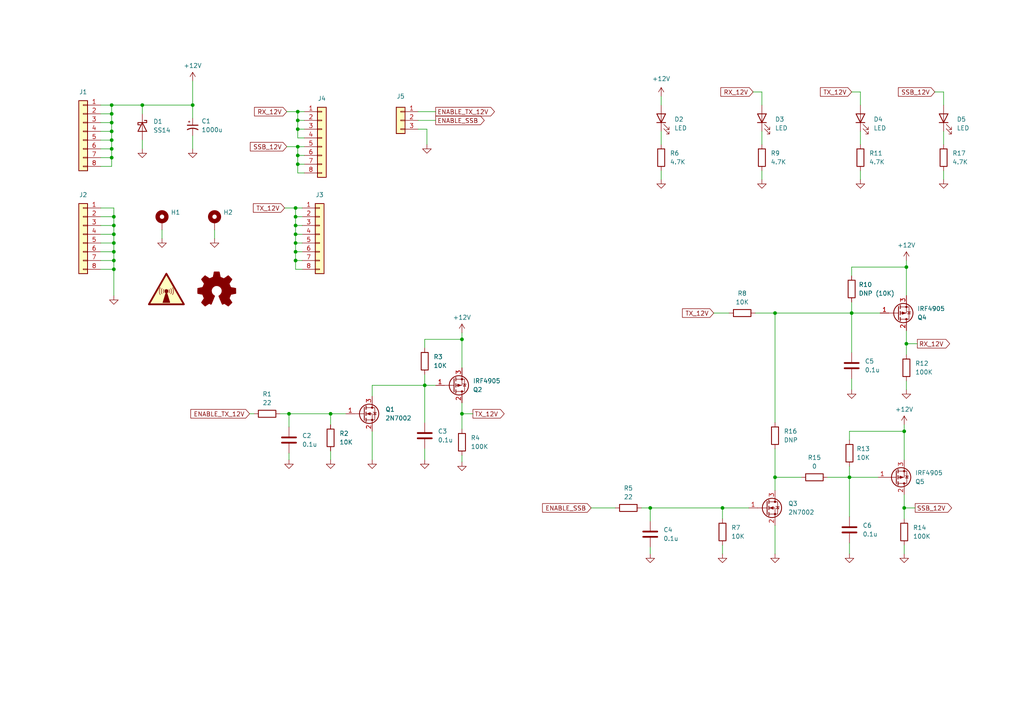
<source format=kicad_sch>
(kicad_sch (version 20230121) (generator eeschema)
  (paper "A4")
  (title_block (title "HBR/MK2 Power Board") (date "2024-02-03") (rev "1.0"))
  (lib_symbols
    (symbol "Connector_Generic:Conn_01x03" (pin_names (offset 1.016) hide)
      (property "Reference" "J" (at 0 5.08 0))
      (property "Value" "Conn_01x03" (at 0 -5.08 0))
      (symbol "Conn_01x03_1_1"
        (rectangle (start -1.27 -2.413) (end 0 -2.667) (stroke (width 0.1524)))
        (rectangle (start -1.27 0.127) (end 0 -0.127) (stroke (width 0.1524)))
        (rectangle (start -1.27 2.667) (end 0 2.413) (stroke (width 0.1524)))
        (rectangle (start -1.27 3.81) (end 1.27 -3.81) (stroke (width 0.254)) (fill (type background)))
        (pin passive line (at -5.08 2.54 0) (length 3.81) (name "Pin_1") (number "1"))
        (pin passive line (at -5.08 0 0) (length 3.81) (name "Pin_2") (number "2"))
        (pin passive line (at -5.08 -2.54 0) (length 3.81) (name "Pin_3") (number "3"))
      )
    )
    (symbol "Connector_Generic:Conn_01x08" (pin_names (offset 1.016) hide)
      (property "Reference" "J" (at 0 10.16 0))
      (property "Value" "Conn_01x08" (at 0 -12.7 0))
      (symbol "Conn_01x08_1_1"
        (rectangle (start -1.27 -10.033) (end 0 -10.287) (stroke (width 0.1524)))
        (rectangle (start -1.27 -7.493) (end 0 -7.747) (stroke (width 0.1524)))
        (rectangle (start -1.27 -4.953) (end 0 -5.207) (stroke (width 0.1524)))
        (rectangle (start -1.27 -2.413) (end 0 -2.667) (stroke (width 0.1524)))
        (rectangle (start -1.27 0.127) (end 0 -0.127) (stroke (width 0.1524)))
        (rectangle (start -1.27 2.667) (end 0 2.413) (stroke (width 0.1524)))
        (rectangle (start -1.27 5.207) (end 0 4.953) (stroke (width 0.1524)))
        (rectangle (start -1.27 7.747) (end 0 7.493) (stroke (width 0.1524)))
        (rectangle (start -1.27 8.89) (end 1.27 -11.43) (stroke (width 0.254)) (fill (type background)))
        (pin passive line (at -5.08 7.62 0) (length 3.81) (name "Pin_1") (number "1"))
        (pin passive line (at -5.08 5.08 0) (length 3.81) (name "Pin_2") (number "2"))
        (pin passive line (at -5.08 2.54 0) (length 3.81) (name "Pin_3") (number "3"))
        (pin passive line (at -5.08 0 0) (length 3.81) (name "Pin_4") (number "4"))
        (pin passive line (at -5.08 -2.54 0) (length 3.81) (name "Pin_5") (number "5"))
        (pin passive line (at -5.08 -5.08 0) (length 3.81) (name "Pin_6") (number "6"))
        (pin passive line (at -5.08 -7.62 0) (length 3.81) (name "Pin_7") (number "7"))
        (pin passive line (at -5.08 -10.16 0) (length 3.81) (name "Pin_8") (number "8"))
      )
    )
    (symbol "Device:C" (pin_numbers hide) (pin_names (offset 0.254))
      (property "Reference" "C" (at 0.635 2.54 0))
      (property "Value" "C" (at 0.635 -2.54 0))
      (symbol "C_0_1"
        (polyline (pts (xy -2.032 -0.762) (xy 2.032 -0.762)) (stroke (width 0.508)))
        (polyline (pts (xy -2.032 0.762) (xy 2.032 0.762)) (stroke (width 0.508)))
      )
      (symbol "C_1_1"
        (pin passive line (at 0 3.81 270) (length 2.794) (name "~") (number "1"))
        (pin passive line (at 0 -3.81 90) (length 2.794) (name "~") (number "2"))
      )
    )
    (symbol "Device:C_Polarized_Small_US" (pin_numbers hide) (pin_names (offset 0.254) hide)
      (property "Reference" "C" (at 0.254 1.778 0))
      (property "Value" "C_Polarized_Small_US" (at 0.254 -2.032 0))
      (symbol "C_Polarized_Small_US_0_1"
        (polyline (pts (xy -1.524 0.508) (xy 1.524 0.508)) (stroke (width 0.3048)))
        (polyline (pts (xy -1.27 1.524) (xy -0.762 1.524)))
        (polyline (pts (xy -1.016 1.27) (xy -1.016 1.778)))
        (arc (start 1.524 -0.762) (mid 0 -0.3734) (end -1.524 -0.762) (stroke (width 0.3048)))
      )
      (symbol "C_Polarized_Small_US_1_1"
        (pin passive line (at 0 2.54 270) (length 2.032) (name "~") (number "1"))
        (pin passive line (at 0 -2.54 90) (length 2.032) (name "~") (number "2"))
      )
    )
    (symbol "Device:LED" (pin_numbers hide) (pin_names (offset 1.016) hide)
      (property "Reference" "D" (at 0 2.54 0))
      (property "Value" "LED" (at 0 -2.54 0))
      (symbol "LED_0_1"
        (polyline (pts (xy -1.27 -1.27) (xy -1.27 1.27)) (stroke (width 0.254)))
        (polyline (pts (xy -1.27 0) (xy 1.27 0)))
        (polyline (pts (xy 1.27 -1.27) (xy 1.27 1.27) (xy -1.27 0) (xy 1.27 -1.27)) (stroke (width 0.254)))
        (polyline (pts (xy -3.048 -0.762) (xy -4.572 -2.286) (xy -3.81 -2.286) (xy -4.572 -2.286) (xy -4.572 -1.524)))
        (polyline (pts (xy -1.778 -0.762) (xy -3.302 -2.286) (xy -2.54 -2.286) (xy -3.302 -2.286) (xy -3.302 -1.524)))
      )
      (symbol "LED_1_1"
        (pin passive line (at -3.81 0 0) (length 2.54) (name "K") (number "1"))
        (pin passive line (at 3.81 0 180) (length 2.54) (name "A") (number "2"))
      )
    )
    (symbol "Device:R" (pin_numbers hide) (pin_names (offset 0))
      (property "Reference" "R" (at 2.032 0 90))
      (property "Value" "R" (at 0 0 90))
      (symbol "R_0_1"
        (rectangle (start -1.016 -2.54) (end 1.016 2.54) (stroke (width 0.254)))
      )
      (symbol "R_1_1"
        (pin passive line (at 0 3.81 270) (length 1.27) (name "~") (number "1"))
        (pin passive line (at 0 -3.81 90) (length 1.27) (name "~") (number "2"))
      )
    )
    (symbol "Diode:1N5818" (pin_numbers hide) (pin_names (offset 1.016) hide)
      (property "Reference" "D" (at 0 2.54 0))
      (property "Value" "1N5818" (at 0 -2.54 0))
      (symbol "1N5818_0_1"
        (polyline (pts (xy 1.27 0) (xy -1.27 0)))
        (polyline (pts (xy 1.27 1.27) (xy 1.27 -1.27) (xy -1.27 0) (xy 1.27 1.27)) (stroke (width 0.254)))
        (polyline (pts (xy -1.905 0.635) (xy -1.905 1.27) (xy -1.27 1.27) (xy -1.27 -1.27) (xy -0.635 -1.27) (xy -0.635 -0.635)) (stroke (width 0.254)))
      )
      (symbol "1N5818_1_1"
        (pin passive line (at -3.81 0 0) (length 2.54) (name "K") (number "1"))
        (pin passive line (at 3.81 0 180) (length 2.54) (name "A") (number "2"))
      )
    )
    (symbol "Graphic:Logo_Open_Hardware_Small" (in_bom no) (on_board no)
      (symbol "Logo_Open_Hardware_Small_0_1"
        (polyline (pts (xy 3.3528 -4.3434) (xy 3.302 -4.318) (xy 3.175 -4.2418) (xy 2.9972 -4.1148) (xy 2.7686 -3.9624) (xy 2.54 -3.81) (xy 2.3622 -3.7084) (xy 2.2352 -3.6068) (xy 2.1844 -3.5814) (xy 2.159 -3.6068) (xy 2.0574 -3.6576) (xy 1.905 -3.7338) (xy 1.8034 -3.7846) (xy 1.6764 -3.8354) (xy 1.6002 -3.8354) (xy 1.6002 -3.8354) (xy 1.5494 -3.7338) (xy 1.4732 -3.5306) (xy 1.3462 -3.302) (xy 1.2446 -3.0226) (xy 1.1176 -2.7178) (xy 0.9652 -2.413) (xy 0.8636 -2.1082) (xy 0.7366 -1.8288) (xy 0.6604 -1.6256) (xy 0.6096 -1.4732) (xy 0.5842 -1.397) (xy 0.5842 -1.397) (xy 0.6604 -1.3208) (xy 0.7874 -1.2446) (xy 1.0414 -1.016) (xy 1.2954 -0.6858) (xy 1.4478 -0.3302) (xy 1.524 0.0762) (xy 1.4732 0.4572) (xy 1.3208 0.8128) (xy 1.0668 1.143) (xy 0.762 1.3716) (xy 0.4064 1.524) (xy 0 1.5748) (xy -0.381 1.5494) (xy -0.7366 1.397) (xy -1.0668 1.143) (xy -1.2192 0.9906) (xy -1.397 0.6604) (xy -1.524 0.3048) (xy -1.524 0.2286) (xy -1.4986 -0.1778) (xy -1.397 -0.5334) (xy -1.1938 -0.8636) (xy -0.9144 -1.143) (xy -0.8636 -1.1684) (xy -0.7366 -1.27) (xy -0.635 -1.3462) (xy -0.5842 -1.397) (xy -1.0668 -2.5908) (xy -1.143 -2.794) (xy -1.2954 -3.1242) (xy -1.397 -3.4036) (xy -1.4986 -3.6322) (xy -1.5748 -3.7846) (xy -1.6002 -3.8354) (xy -1.6002 -3.8354) (xy -1.651 -3.8354) (xy -1.7272 -3.81) (xy -1.905 -3.7338) (xy -2.0066 -3.683) (xy -2.1336 -3.6068) (xy -2.2098 -3.5814) (xy -2.2606 -3.6068) (xy -2.3622 -3.683) (xy -2.54 -3.81) (xy -2.7686 -3.9624) (xy -2.9718 -4.0894) (xy -3.1496 -4.2164) (xy -3.302 -4.318) (xy -3.3528 -4.3434) (xy -3.3782 -4.3434) (xy -3.429 -4.318) (xy -3.5306 -4.2164) (xy -3.7084 -4.064) (xy -3.937 -3.8354) (xy -3.9624 -3.81) (xy -4.1656 -3.6068) (xy -4.318 -3.4544) (xy -4.4196 -3.3274) (xy -4.445 -3.2766) (xy -4.445 -3.2766) (xy -4.4196 -3.2258) (xy -4.318 -3.0734) (xy -4.2164 -2.8956) (xy -4.064 -2.667) (xy -3.6576 -2.0828) (xy -3.8862 -1.5494) (xy -3.937 -1.3716) (xy -4.0386 -1.1684) (xy -4.0894 -1.0414) (xy -4.1148 -0.9652) (xy -4.191 -0.9398) (xy -4.318 -0.9144) (xy -4.5466 -0.8636) (xy -4.8006 -0.8128) (xy -5.0546 -0.7874) (xy -5.2578 -0.7366) (xy -5.4356 -0.7112) (xy -5.5118 -0.6858) (xy -5.5118 -0.6858) (xy -5.5372 -0.635) (xy -5.5372 -0.5588) (xy -5.5372 -0.4318) (xy -5.5626 -0.2286) (xy -5.5626 0.0762) (xy -5.5626 0.127) (xy -5.5372 0.4064) (xy -5.5372 0.635) (xy -5.5372 0.762) (xy -5.5372 0.8382) (xy -5.5372 0.8382) (xy -5.461 0.8382) (xy -5.3086 0.889) (xy -5.08 0.9144) (xy -4.826 0.9652) (xy -4.8006 0.9906) (xy -4.5466 1.0414) (xy -4.318 1.0668) (xy -4.1656 1.1176) (xy -4.0894 1.143) (xy -4.0894 1.143) (xy -4.0386 1.2446) (xy -3.9624 1.4224) (xy -3.8608 1.6256) (xy -3.7846 1.8288) (xy -3.7084 2.0066) (xy -3.6576 2.159) (xy -3.6322 2.2098) (xy -3.6322 2.2098) (xy -3.683 2.286) (xy -3.7592 2.413) (xy -3.8862 2.5908) (xy -4.064 2.8194) (xy -4.064 2.8448) (xy -4.2164 3.0734) (xy -4.3434 3.2512) (xy -4.4196 3.3782) (xy -4.445 3.4544) (xy -4.445 3.4544) (xy -4.3942 3.5052) (xy -4.2926 3.6322) (xy -4.1148 3.81) (xy -3.937 4.0132) (xy -3.8608 4.064) (xy -3.6576 4.2926) (xy -3.5052 4.4196) (xy -3.4036 4.4958) (xy -3.3528 4.5212) (xy -3.3528 4.5212) (xy -3.302 4.4704) (xy -3.1496 4.3688) (xy -2.9718 4.2418) (xy -2.7432 4.0894) (xy -2.7178 4.0894) (xy -2.4892 3.937) (xy -2.3114 3.81) (xy -2.1844 3.7084) (xy -2.1336 3.683) (xy -2.1082 3.683) (xy -2.032 3.7084) (xy -1.8542 3.7592) (xy -1.6764 3.8354) (xy -1.4732 3.937) (xy -1.27 4.0132) (xy -1.143 4.064) (xy -1.0668 4.1148) (xy -1.0668 4.1148) (xy -1.0414 4.191) (xy -1.016 4.3434) (xy -0.9652 4.572) (xy -0.9144 4.8514) (xy -0.889 4.9022) (xy -0.8382 5.1562) (xy -0.8128 5.3848) (xy -0.7874 5.5372) (xy -0.762 5.588) (xy -0.7112 5.6134) (xy -0.5842 5.6134) (xy -0.4064 5.6134) (xy -0.1524 5.6134) (xy 0.0762 5.6134) (xy 0.3302 5.6134) (xy 0.5334 5.6134) (xy 0.6858 5.588) (xy 0.7366 5.588) (xy 0.7366 5.588) (xy 0.762 5.5118) (xy 0.8128 5.334) (xy 0.8382 5.1054) (xy 0.9144 4.826) (xy 0.9144 4.7752) (xy 0.9652 4.5212) (xy 1.016 4.2926) (xy 1.0414 4.1402) (xy 1.0668 4.0894) (xy 1.0668 4.0894) (xy 1.1938 4.0386) (xy 1.3716 3.9624) (xy 1.5748 3.8608) (xy 2.0828 3.6576) (xy 2.7178 4.0894) (xy 2.7686 4.1402) (xy 2.9972 4.2926) (xy 3.175 4.4196) (xy 3.302 4.4958) (xy 3.3782 4.5212) (xy 3.3782 4.5212) (xy 3.429 4.4704) (xy 3.556 4.3434) (xy 3.7338 4.191) (xy 3.9116 3.9878) (xy 4.064 3.8354) (xy 4.2418 3.6576) (xy 4.3434 3.556) (xy 4.4196 3.4798) (xy 4.4196 3.429) (xy 4.4196 3.4036) (xy 4.3942 3.3274) (xy 4.2926 3.2004) (xy 4.1656 2.9972) (xy 4.0132 2.794) (xy 3.8862 2.5908) (xy 3.7592 2.3876) (xy 3.6576 2.2352) (xy 3.6322 2.159) (xy 3.6322 2.1336) (xy 3.683 2.0066) (xy 3.7592 1.8288) (xy 3.8608 1.6002) (xy 4.064 1.1176) (xy 4.3942 1.0414) (xy 4.5974 1.016) (xy 4.8768 0.9652) (xy 5.1308 0.9144) (xy 5.5372 0.8382) (xy 5.5626 -0.6604) (xy 5.4864 -0.6858) (xy 5.4356 -0.6858) (xy 5.2832 -0.7366) (xy 5.0546 -0.762) (xy 4.8006 -0.8128) (xy 4.5974 -0.8636) (xy 4.3688 -0.9144) (xy 4.2164 -0.9398) (xy 4.1402 -0.9398) (xy 4.1148 -0.9652) (xy 4.064 -1.0668) (xy 3.9878 -1.2446) (xy 3.9116 -1.4478) (xy 3.81 -1.651) (xy 3.7338 -1.8542) (xy 3.683 -2.0066) (xy 3.6576 -2.0828) (xy 3.683 -2.1336) (xy 3.7846 -2.2606) (xy 3.8862 -2.4638) (xy 4.0386 -2.667) (xy 4.191 -2.8956) (xy 4.318 -3.0734) (xy 4.3942 -3.2004) (xy 4.445 -3.2766) (xy 4.4196 -3.3274) (xy 4.3434 -3.429) (xy 4.1656 -3.5814) (xy 3.937 -3.8354) (xy 3.8862 -3.8608) (xy 3.683 -4.064) (xy 3.5306 -4.2164) (xy 3.4036 -4.318) (xy 3.3528 -4.3434)) (fill (type outline)))
      )
    )
    (symbol "Graphic:SYM_Radio_Waves_Large" (in_bom no) (on_board no)
      (symbol "SYM_Radio_Waves_Large_0_1"
        (arc (start -1.778 -0.254) (mid -2.0478 -1.27) (end -1.778 -2.286))
        (arc (start -1.27 -0.508) (mid -1.4811 -1.27) (end -1.27 -2.032))
        (arc (start -0.762 -0.762) (mid -0.9158 -1.27) (end -0.762 -1.778))
        (circle (center 0 -1.27) (radius 0.508) (fill (type outline)))
        (polyline (pts (xy -5.08 -5.08) (xy 5.08 -5.08) (xy 0 3.81) (xy -5.08 -5.08)) (stroke (width 0.508)) (fill (type background)))
        (polyline (pts (xy -1.016 -4.572) (xy 1.016 -4.572) (xy 0 -1.27) (xy -1.016 -4.572)) (fill (type outline)))
        (arc (start 0.762 -1.778) (mid 0.9158 -1.27) (end 0.762 -0.762))
        (arc (start 1.27 -2.032) (mid 1.4811 -1.27) (end 1.27 -0.508))
        (arc (start 1.778 -2.286) (mid 2.0478 -1.27) (end 1.778 -0.254))
      )
    )
    (symbol "IRF4905_1" (pin_names hide)
      (property "Reference" "Q" (at 5.08 1.905 0))
      (property "Value" "IRF4905" (at 5.08 0 0))
      (symbol "IRF4905_1_0_1"
        (polyline (pts (xy 0.254 0) (xy -2.54 0)))
        (polyline (pts (xy 0.254 1.905) (xy 0.254 -1.905)) (stroke (width 0.254)))
        (polyline (pts (xy 0.762 -1.27) (xy 0.762 -2.286)) (stroke (width 0.254)))
        (polyline (pts (xy 0.762 0.508) (xy 0.762 -0.508)) (stroke (width 0.254)))
        (polyline (pts (xy 0.762 2.286) (xy 0.762 1.27)) (stroke (width 0.254)))
        (polyline (pts (xy 2.54 2.54) (xy 2.54 1.778)))
        (polyline (pts (xy 2.54 -2.54) (xy 2.54 0) (xy 0.762 0)))
        (polyline (pts (xy 0.762 1.778) (xy 3.302 1.778) (xy 3.302 -1.778) (xy 0.762 -1.778)))
        (polyline (pts (xy 2.286 0) (xy 1.27 0.381) (xy 1.27 -0.381) (xy 2.286 0)) (fill (type outline)))
        (polyline (pts (xy 2.794 -0.508) (xy 2.921 -0.381) (xy 3.683 -0.381) (xy 3.81 -0.254)))
        (polyline (pts (xy 3.302 -0.381) (xy 2.921 0.254) (xy 3.683 0.254) (xy 3.302 -0.381)))
        (circle (center 1.651 0) (radius 2.794) (stroke (width 0.254)))
        (circle (center 2.54 -1.778) (radius 0.254) (fill (type outline)))
        (circle (center 2.54 1.778) (radius 0.254) (fill (type outline)))
      )
      (symbol "IRF4905_1_1_1"
        (pin input line (at -5.08 0 0) (length 2.54) (name "G") (number "1"))
        (pin passive line (at 2.54 5.08 270) (length 2.54) (name "D") (number "2"))
        (pin passive line (at 2.54 -5.08 90) (length 2.54) (name "S") (number "3"))
      )
    )
    (symbol "Mechanical:MountingHole_Pad" (pin_numbers hide) (pin_names (offset 1.016) hide)
      (property "Reference" "H" (at 0 6.35 0))
      (property "Value" "MountingHole_Pad" (at 0 4.445 0))
      (symbol "MountingHole_Pad_0_1"
        (circle (center 0 1.27) (radius 1.27) (stroke (width 1.27)))
      )
      (symbol "MountingHole_Pad_1_1"
        (pin input line (at 0 -2.54 90) (length 2.54) (name "1") (number "1"))
      )
    )
    (symbol "Transistor_FET:2N7002" (pin_names hide)
      (property "Reference" "Q" (at 5.08 1.905 0))
      (property "Value" "2N7002" (at 5.08 0 0))
      (symbol "2N7002_0_1"
        (polyline (pts (xy 0.254 0) (xy -2.54 0)))
        (polyline (pts (xy 0.254 1.905) (xy 0.254 -1.905)) (stroke (width 0.254)))
        (polyline (pts (xy 0.762 -1.27) (xy 0.762 -2.286)) (stroke (width 0.254)))
        (polyline (pts (xy 0.762 0.508) (xy 0.762 -0.508)) (stroke (width 0.254)))
        (polyline (pts (xy 0.762 2.286) (xy 0.762 1.27)) (stroke (width 0.254)))
        (polyline (pts (xy 2.54 2.54) (xy 2.54 1.778)))
        (polyline (pts (xy 2.54 -2.54) (xy 2.54 0) (xy 0.762 0)))
        (polyline (pts (xy 0.762 -1.778) (xy 3.302 -1.778) (xy 3.302 1.778) (xy 0.762 1.778)))
        (polyline (pts (xy 1.016 0) (xy 2.032 0.381) (xy 2.032 -0.381) (xy 1.016 0)) (fill (type outline)))
        (polyline (pts (xy 2.794 0.508) (xy 2.921 0.381) (xy 3.683 0.381) (xy 3.81 0.254)))
        (polyline (pts (xy 3.302 0.381) (xy 2.921 -0.254) (xy 3.683 -0.254) (xy 3.302 0.381)))
        (circle (center 1.651 0) (radius 2.794) (stroke (width 0.254)))
        (circle (center 2.54 -1.778) (radius 0.254) (fill (type outline)))
        (circle (center 2.54 1.778) (radius 0.254) (fill (type outline)))
      )
      (symbol "2N7002_1_1"
        (pin input line (at -5.08 0 0) (length 2.54) (name "G") (number "1"))
        (pin passive line (at 2.54 -5.08 90) (length 2.54) (name "S") (number "2"))
        (pin passive line (at 2.54 5.08 270) (length 2.54) (name "D") (number "3"))
      )
    )
    (symbol "power:+12V" (power) (pin_names (offset 0))
      (property "Value" "+12V" (at 0 3.556 0))
      (symbol "+12V_0_1"
        (polyline (pts (xy -0.762 1.27) (xy 0 2.54)))
        (polyline (pts (xy 0 0) (xy 0 2.54)))
        (polyline (pts (xy 0 2.54) (xy 0.762 1.27)))
      )
      (symbol "+12V_1_1"
        (pin power_in line (at 0 0 90) (length 0) hide (name "+12V") (number "1"))
      )
    )
    (symbol "power:GND" (power) (pin_names (offset 0))
      (property "Value" "GND" (at 0 -3.81 0))
      (symbol "GND_0_1"
        (polyline (pts (xy 0 0) (xy 0 -1.27) (xy 1.27 -1.27) (xy 0 -2.54) (xy -1.27 -1.27) (xy 0 -1.27)))
      )
      (symbol "GND_1_1"
        (pin power_in line (at 0 0 270) (length 0) hide (name "GND") (number "1"))
      )
    )
  )
  (junction (at 85.725 75.565))
  (junction (at 33.02 73.025))
  (junction (at 32.385 45.72))
  (junction (at 262.89 77.47))
  (junction (at 86.36 45.085))
  (junction (at 32.385 43.18))
  (junction (at 133.985 98.425))
  (junction (at 262.255 147.32))
  (junction (at 41.275 30.48))
  (junction (at 224.79 90.805))
  (junction (at 133.985 120.015))
  (junction (at 32.385 40.64))
  (junction (at 83.82 120.015))
  (junction (at 32.385 30.48))
  (junction (at 85.725 73.025))
  (junction (at 123.19 111.76))
  (junction (at 32.385 35.56))
  (junction (at 32.385 38.1))
  (junction (at 209.55 147.32))
  (junction (at 85.725 70.485))
  (junction (at 86.36 34.925))
  (junction (at 85.725 65.405))
  (junction (at 224.79 138.43))
  (junction (at 33.02 70.485))
  (junction (at 246.38 138.43))
  (junction (at 33.02 62.865))
  (junction (at 33.02 75.565))
  (junction (at 33.02 78.105))
  (junction (at 55.88 30.48))
  (junction (at 188.595 147.32))
  (junction (at 86.36 32.385))
  (junction (at 95.885 120.015))
  (junction (at 262.255 125.095))
  (junction (at 33.02 67.945))
  (junction (at 85.725 62.865))
  (junction (at 247.015 90.805))
  (junction (at 85.725 67.945))
  (junction (at 86.36 42.545))
  (junction (at 85.725 60.325))
  (junction (at 33.02 65.405))
  (junction (at 86.36 37.465))
  (junction (at 32.385 33.02))
  (junction (at 262.89 99.695))
  (junction (at 86.36 47.625))
  (wire (pts (xy 209.55 150.495) (xy 209.55 147.32)))
  (wire (pts (xy 85.725 62.865) (xy 85.725 65.405)))
  (wire (pts (xy 32.385 40.64) (xy 32.385 38.1)))
  (wire (pts (xy 29.21 30.48) (xy 32.385 30.48)))
  (wire (pts (xy 32.385 45.72) (xy 32.385 43.18)))
  (wire (pts (xy 55.88 30.48) (xy 55.88 34.29)))
  (wire (pts (xy 262.255 147.32) (xy 265.43 147.32)))
  (wire (pts (xy 86.36 32.385) (xy 88.265 32.385)))
  (wire (pts (xy 107.95 114.935) (xy 107.95 111.76)))
  (wire (pts (xy 81.28 120.015) (xy 83.82 120.015)))
  (wire (pts (xy 83.82 120.015) (xy 95.885 120.015)))
  (wire (pts (xy 86.36 50.165) (xy 86.36 47.625)))
  (wire (pts (xy 32.385 48.26) (xy 32.385 45.72)))
  (wire (pts (xy 82.55 60.325) (xy 85.725 60.325)))
  (wire (pts (xy 29.21 48.26) (xy 32.385 48.26)))
  (wire (pts (xy 107.95 111.76) (xy 123.19 111.76)))
  (wire (pts (xy 86.36 45.085) (xy 86.36 42.545)))
  (wire (pts (xy 249.555 26.67) (xy 249.555 30.48)))
  (wire (pts (xy 247.015 90.805) (xy 255.27 90.805)))
  (wire (pts (xy 86.36 34.925) (xy 88.265 34.925)))
  (wire (pts (xy 33.02 70.485) (xy 33.02 73.025)))
  (wire (pts (xy 83.82 120.015) (xy 83.82 123.825)))
  (wire (pts (xy 123.19 100.965) (xy 123.19 98.425)))
  (wire (pts (xy 87.63 78.105) (xy 85.725 78.105)))
  (wire (pts (xy 86.36 37.465) (xy 86.36 40.005)))
  (wire (pts (xy 85.725 60.325) (xy 85.725 62.865)))
  (wire (pts (xy 29.21 62.865) (xy 33.02 62.865)))
  (wire (pts (xy 188.595 147.32) (xy 188.595 151.13)))
  (wire (pts (xy 224.79 90.805) (xy 247.015 90.805)))
  (wire (pts (xy 273.685 26.67) (xy 273.685 30.48)))
  (wire (pts (xy 246.38 138.43) (xy 246.38 149.86)))
  (wire (pts (xy 86.36 47.625) (xy 86.36 45.085)))
  (wire (pts (xy 32.385 30.48) (xy 41.275 30.48)))
  (wire (pts (xy 41.275 30.48) (xy 41.275 33.02)))
  (wire (pts (xy 33.02 65.405) (xy 33.02 67.945)))
  (wire (pts (xy 273.685 38.1) (xy 273.685 41.91)))
  (wire (pts (xy 247.015 80.01) (xy 247.015 77.47)))
  (wire (pts (xy 247.015 87.63) (xy 247.015 90.805)))
  (wire (pts (xy 33.02 62.865) (xy 33.02 65.405)))
  (wire (pts (xy 133.985 120.015) (xy 137.16 120.015)))
  (wire (pts (xy 218.44 26.67) (xy 220.98 26.67)))
  (wire (pts (xy 224.79 152.4) (xy 224.79 160.655)))
  (wire (pts (xy 123.19 98.425) (xy 133.985 98.425)))
  (wire (pts (xy 133.985 98.425) (xy 133.985 106.68)))
  (wire (pts (xy 32.385 30.48) (xy 32.385 33.02)))
  (wire (pts (xy 262.89 110.49) (xy 262.89 113.03)))
  (wire (pts (xy 220.98 49.53) (xy 220.98 52.07)))
  (wire (pts (xy 271.145 26.67) (xy 273.685 26.67)))
  (wire (pts (xy 29.21 78.105) (xy 33.02 78.105)))
  (wire (pts (xy 85.725 78.105) (xy 85.725 75.565)))
  (wire (pts (xy 29.21 45.72) (xy 32.385 45.72)))
  (wire (pts (xy 246.38 157.48) (xy 246.38 160.655)))
  (wire (pts (xy 262.89 75.565) (xy 262.89 77.47)))
  (wire (pts (xy 207.01 90.805) (xy 211.455 90.805)))
  (wire (pts (xy 88.265 42.545) (xy 86.36 42.545)))
  (wire (pts (xy 62.23 66.675) (xy 62.23 69.215)))
  (wire (pts (xy 29.21 43.18) (xy 32.385 43.18)))
  (wire (pts (xy 87.63 75.565) (xy 85.725 75.565)))
  (wire (pts (xy 29.21 73.025) (xy 33.02 73.025)))
  (wire (pts (xy 188.595 147.32) (xy 209.55 147.32)))
  (wire (pts (xy 86.36 32.385) (xy 86.36 34.925)))
  (wire (pts (xy 41.275 40.64) (xy 41.275 43.18)))
  (wire (pts (xy 262.89 77.47) (xy 262.89 85.725)))
  (wire (pts (xy 83.82 131.445) (xy 83.82 133.35)))
  (wire (pts (xy 171.45 147.32) (xy 178.435 147.32)))
  (wire (pts (xy 29.21 40.64) (xy 32.385 40.64)))
  (wire (pts (xy 85.725 67.945) (xy 87.63 67.945)))
  (wire (pts (xy 85.725 65.405) (xy 85.725 67.945)))
  (wire (pts (xy 29.21 60.325) (xy 33.02 60.325)))
  (wire (pts (xy 29.21 67.945) (xy 33.02 67.945)))
  (wire (pts (xy 123.19 111.76) (xy 126.365 111.76)))
  (wire (pts (xy 262.255 143.51) (xy 262.255 147.32)))
  (wire (pts (xy 133.985 120.015) (xy 133.985 124.46)))
  (wire (pts (xy 123.825 41.91) (xy 123.825 37.465)))
  (wire (pts (xy 219.075 90.805) (xy 224.79 90.805)))
  (wire (pts (xy 33.02 60.325) (xy 33.02 62.865)))
  (wire (pts (xy 32.385 38.1) (xy 32.385 35.56)))
  (wire (pts (xy 191.77 49.53) (xy 191.77 52.07)))
  (wire (pts (xy 209.55 147.32) (xy 217.17 147.32)))
  (wire (pts (xy 85.725 65.405) (xy 87.63 65.405)))
  (wire (pts (xy 41.275 30.48) (xy 55.88 30.48)))
  (wire (pts (xy 33.02 67.945) (xy 33.02 70.485)))
  (wire (pts (xy 29.21 65.405) (xy 33.02 65.405)))
  (wire (pts (xy 246.38 125.095) (xy 262.255 125.095)))
  (wire (pts (xy 32.385 43.18) (xy 32.385 40.64)))
  (wire (pts (xy 87.63 70.485) (xy 85.725 70.485)))
  (wire (pts (xy 123.19 108.585) (xy 123.19 111.76)))
  (wire (pts (xy 262.255 147.32) (xy 262.255 150.495)))
  (wire (pts (xy 86.36 40.005) (xy 88.265 40.005)))
  (wire (pts (xy 46.99 66.675) (xy 46.99 69.215)))
  (wire (pts (xy 224.79 90.805) (xy 224.79 122.555)))
  (wire (pts (xy 273.685 49.53) (xy 273.685 52.07)))
  (wire (pts (xy 95.885 123.19) (xy 95.885 120.015)))
  (wire (pts (xy 262.255 123.19) (xy 262.255 125.095)))
  (wire (pts (xy 87.63 73.025) (xy 85.725 73.025)))
  (wire (pts (xy 29.21 38.1) (xy 32.385 38.1)))
  (wire (pts (xy 262.89 99.695) (xy 262.89 102.87)))
  (wire (pts (xy 55.88 23.495) (xy 55.88 30.48)))
  (wire (pts (xy 209.55 158.115) (xy 209.55 160.655)))
  (wire (pts (xy 29.21 35.56) (xy 32.385 35.56)))
  (wire (pts (xy 83.185 42.545) (xy 86.36 42.545)))
  (wire (pts (xy 224.79 138.43) (xy 224.79 142.24)))
  (wire (pts (xy 133.985 116.84) (xy 133.985 120.015)))
  (wire (pts (xy 191.77 38.1) (xy 191.77 41.91)))
  (wire (pts (xy 88.265 47.625) (xy 86.36 47.625)))
  (wire (pts (xy 121.285 34.925) (xy 126.365 34.925)))
  (wire (pts (xy 186.055 147.32) (xy 188.595 147.32)))
  (wire (pts (xy 95.885 130.81) (xy 95.885 133.35)))
  (wire (pts (xy 247.015 90.805) (xy 247.015 102.235)))
  (wire (pts (xy 262.89 95.885) (xy 262.89 99.695)))
  (wire (pts (xy 224.79 130.175) (xy 224.79 138.43)))
  (wire (pts (xy 85.725 73.025) (xy 85.725 70.485)))
  (wire (pts (xy 246.38 127.635) (xy 246.38 125.095)))
  (wire (pts (xy 123.19 111.76) (xy 123.19 122.555)))
  (wire (pts (xy 123.825 37.465) (xy 121.285 37.465)))
  (wire (pts (xy 240.03 138.43) (xy 246.38 138.43)))
  (wire (pts (xy 246.38 135.255) (xy 246.38 138.43)))
  (wire (pts (xy 133.985 132.08) (xy 133.985 133.985)))
  (wire (pts (xy 83.185 32.385) (xy 86.36 32.385)))
  (wire (pts (xy 88.265 45.085) (xy 86.36 45.085)))
  (wire (pts (xy 246.38 138.43) (xy 254.635 138.43)))
  (wire (pts (xy 220.98 38.1) (xy 220.98 41.91)))
  (wire (pts (xy 247.015 26.67) (xy 249.555 26.67)))
  (wire (pts (xy 33.02 85.725) (xy 33.02 78.105)))
  (wire (pts (xy 188.595 158.75) (xy 188.595 160.655)))
  (wire (pts (xy 107.95 125.095) (xy 107.95 133.35)))
  (wire (pts (xy 33.02 73.025) (xy 33.02 75.565)))
  (wire (pts (xy 95.885 120.015) (xy 100.33 120.015)))
  (wire (pts (xy 262.255 125.095) (xy 262.255 133.35)))
  (wire (pts (xy 88.265 50.165) (xy 86.36 50.165)))
  (wire (pts (xy 33.02 75.565) (xy 33.02 78.105)))
  (wire (pts (xy 86.36 37.465) (xy 88.265 37.465)))
  (wire (pts (xy 247.015 77.47) (xy 262.89 77.47)))
  (wire (pts (xy 249.555 49.53) (xy 249.555 52.07)))
  (wire (pts (xy 85.725 62.865) (xy 87.63 62.865)))
  (wire (pts (xy 121.285 32.385) (xy 126.365 32.385)))
  (wire (pts (xy 262.89 99.695) (xy 266.065 99.695)))
  (wire (pts (xy 85.725 75.565) (xy 85.725 73.025)))
  (wire (pts (xy 85.725 70.485) (xy 85.725 67.945)))
  (wire (pts (xy 191.77 27.94) (xy 191.77 30.48)))
  (wire (pts (xy 29.21 70.485) (xy 33.02 70.485)))
  (wire (pts (xy 29.21 75.565) (xy 33.02 75.565)))
  (wire (pts (xy 86.36 34.925) (xy 86.36 37.465)))
  (wire (pts (xy 247.015 109.855) (xy 247.015 113.03)))
  (wire (pts (xy 220.98 26.67) (xy 220.98 30.48)))
  (wire (pts (xy 232.41 138.43) (xy 224.79 138.43)))
  (wire (pts (xy 85.725 60.325) (xy 87.63 60.325)))
  (wire (pts (xy 133.985 96.52) (xy 133.985 98.425)))
  (wire (pts (xy 55.88 39.37) (xy 55.88 43.18)))
  (wire (pts (xy 32.385 33.02) (xy 32.385 35.56)))
  (wire (pts (xy 262.255 158.115) (xy 262.255 160.655)))
  (wire (pts (xy 249.555 38.1) (xy 249.555 41.91)))
  (wire (pts (xy 72.39 120.015) (xy 73.66 120.015)))
  (wire (pts (xy 29.21 33.02) (xy 32.385 33.02)))
  (wire (pts (xy 123.19 130.175) (xy 123.19 133.35)))
  (global_label "RX_12V" (shape output) (at 266.065 99.695 0) (property "Intersheetrefs" "${INTERSHEET_REFS}" (effects hide)))
  (global_label "SSB_12V" (shape output) (at 265.43 147.32 0) (property "Intersheetrefs" "${INTERSHEET_REFS}" (effects hide)))
  (global_label "SSB_12V" (shape input) (at 271.145 26.67 180) (property "Intersheetrefs" "${INTERSHEET_REFS}" (effects hide)))
  (global_label "ENABLE_TX_12V" (shape input) (at 72.39 120.015 180) (property "Intersheetrefs" "${INTERSHEET_REFS}" (effects hide)))
  (global_label "ENABLE_SSB" (shape input) (at 171.45 147.32 180) (property "Intersheetrefs" "${INTERSHEET_REFS}" (effects hide)))
  (global_label "TX_12V" (shape input) (at 207.01 90.805 180) (property "Intersheetrefs" "${INTERSHEET_REFS}" (effects hide)))
  (global_label "ENABLE_SSB" (shape output) (at 126.365 34.925 0) (property "Intersheetrefs" "${INTERSHEET_REFS}" (effects hide)))
  (global_label "TX_12V" (shape input) (at 247.015 26.67 180) (property "Intersheetrefs" "${INTERSHEET_REFS}" (effects hide)))
  (global_label "ENABLE_TX_12V" (shape output) (at 126.365 32.385 0) (property "Intersheetrefs" "${INTERSHEET_REFS}" (effects hide)))
  (global_label "RX_12V" (shape input) (at 83.185 32.385 180) (property "Intersheetrefs" "${INTERSHEET_REFS}" (effects hide)))
  (global_label "SSB_12V" (shape input) (at 83.185 42.545 180) (property "Intersheetrefs" "${INTERSHEET_REFS}" (effects hide)))
  (global_label "TX_12V" (shape output) (at 137.16 120.015 0) (property "Intersheetrefs" "${INTERSHEET_REFS}" (effects hide)))
  (global_label "TX_12V" (shape input) (at 82.55 60.325 180) (property "Intersheetrefs" "${INTERSHEET_REFS}" (effects hide)))
  (global_label "RX_12V" (shape input) (at 218.44 26.67 180) (property "Intersheetrefs" "${INTERSHEET_REFS}" (effects hide)))
  (symbol (lib_id "Device:C") (at 83.82 127.635 0) (unit 1) (in_bom no)
    (property "Reference" "C2" (at 87.63 126.365 0) (effects (justify left)))
    (property "Value" "0.1u" (at 87.63 128.905 0) (effects (justify left)))
    (property "Footprint" "Capacitor_SMD:C_0805_2012Metric_Pad1.18x1.45mm_HandSolder" (effects hide))
  )
  (symbol (lib_id "power:GND") (at 262.89 113.03 0) (unit 1)
    (property "Reference" "#PWR023" (effects hide))
    (property "Value" "GND" (effects hide))
  )
  (symbol (lib_id "power:+12V") (at 262.89 75.565 0) (unit 1)
    (property "Reference" "#PWR022" (effects hide))
    (property "Value" "+12V" (at 262.89 71.12 0))
  )
  (symbol (lib_id "power:GND") (at 273.685 52.07 0) (unit 1)
    (property "Reference" "#PWR027" (effects hide))
    (property "Value" "GND" (effects hide))
  )
  (symbol (lib_id "power:GND") (at 123.825 41.91 0) (unit 1)
    (property "Reference" "#PWR011" (effects hide))
    (property "Value" "GND" (effects hide))
  )
  (symbol (lib_id "Mechanical:MountingHole_Pad") (at 62.23 64.135 0) (unit 1) (in_bom no)
    (property "Reference" "H2" (at 64.77 61.595 0) (effects (justify left)))
    (property "Value" "MountingHole_Pad" (effects hide))
    (property "Footprint" "MountingHole:MountingHole_3.5mm_Pad_Via" (effects hide))
  )
  (symbol (lib_id "Device:R") (at 273.685 45.72 0) (unit 1)
    (property "Reference" "R17" (at 276.225 44.45 0) (effects (justify left)))
    (property "Value" "4.7K" (at 276.225 46.99 0) (effects (justify left)))
    (property "Footprint" "Resistor_SMD:R_0805_2012Metric_Pad1.20x1.40mm_HandSolder" (effects hide))
  )
  (symbol (lib_id "Connector_Generic:Conn_01x08") (at 92.71 67.945 0) (unit 1) (in_bom no)
    (property "Reference" "J3" (at 92.71 56.515 0))
    (property "Value" "Conn_01x08" (effects hide))
    (property "Footprint" "Connector_PinHeader_2.54mm:PinHeader_1x08_P2.54mm_Vertical" (effects hide))
  )
  (symbol (lib_id "power:GND") (at 191.77 52.07 0) (unit 1)
    (property "Reference" "#PWR016" (effects hide))
    (property "Value" "GND" (effects hide))
  )
  (symbol (lib_id "Device:R") (at 191.77 45.72 0) (unit 1)
    (property "Reference" "R6" (at 194.31 44.45 0) (effects (justify left)))
    (property "Value" "4.7K" (at 194.31 46.99 0) (effects (justify left)))
    (property "Footprint" "Resistor_SMD:R_0805_2012Metric_Pad1.20x1.40mm_HandSolder" (effects hide))
  )
  (symbol (lib_id "power:GND") (at 249.555 52.07 0) (unit 1)
    (property "Reference" "#PWR021" (effects hide))
    (property "Value" "GND" (effects hide))
  )
  (symbol (lib_id "Device:R") (at 95.885 127 0) (unit 1)
    (property "Reference" "R2" (at 98.425 125.73 0) (effects (justify left)))
    (property "Value" "10K" (at 98.425 128.27 0) (effects (justify left)))
    (property "Footprint" "Resistor_SMD:R_0805_2012Metric_Pad1.20x1.40mm_HandSolder" (effects hide))
  )
  (symbol (lib_id "Device:R") (at 262.89 106.68 0) (unit 1)
    (property "Reference" "R12" (at 265.43 105.41 0) (effects (justify left)))
    (property "Value" "100K" (at 265.43 107.95 0) (effects (justify left)))
    (property "Footprint" "Resistor_SMD:R_0805_2012Metric_Pad1.20x1.40mm_HandSolder" (effects hide))
  )
  (symbol (lib_id "Device:R") (at 215.265 90.805 90) (unit 1)
    (property "Reference" "R8" (at 215.265 85.09 90))
    (property "Value" "10K" (at 215.265 87.63 90))
    (property "Footprint" "Resistor_SMD:R_0805_2012Metric_Pad1.20x1.40mm_HandSolder" (effects hide))
  )
  (symbol (lib_id "Device:R") (at 182.245 147.32 90) (unit 1)
    (property "Reference" "R5" (at 182.245 141.605 90))
    (property "Value" "22" (at 182.245 144.145 90))
    (property "Footprint" "Resistor_SMD:R_0805_2012Metric_Pad1.20x1.40mm_HandSolder" (effects hide))
  )
  (symbol (lib_id "power:+12V") (at 55.88 23.495 0) (unit 1)
    (property "Reference" "#PWR04" (effects hide))
    (property "Value" "+12V" (at 55.88 19.05 0))
  )
  (symbol (lib_id "power:GND") (at 246.38 160.655 0) (unit 1)
    (property "Reference" "#PWR024" (effects hide))
    (property "Value" "GND" (effects hide))
  )
  (symbol (lib_id "Device:R") (at 247.015 83.82 0) (unit 1) (in_bom no)
    (property "Reference" "R10" (at 249.047 82.55 0) (effects (justify left)))
    (property "Value" "DNP (10K)" (at 249.047 85.09 0) (effects (justify left)))
    (property "Footprint" "Resistor_SMD:R_0805_2012Metric_Pad1.20x1.40mm_HandSolder" (effects hide))
  )
  (symbol (lib_id "Connector_Generic:Conn_01x08") (at 93.345 40.005 0) (unit 1) (in_bom no)
    (property "Reference" "J4" (at 93.345 28.575 0))
    (property "Value" "Conn_01x08" (effects hide))
    (property "Footprint" "Connector_PinHeader_2.54mm:PinHeader_1x08_P2.54mm_Vertical" (effects hide))
  )
  (symbol (lib_id "Mechanical:MountingHole_Pad") (at 46.99 64.135 0) (unit 1) (in_bom no)
    (property "Reference" "H1" (at 49.53 61.595 0) (effects (justify left)))
    (property "Value" "MountingHole_Pad" (effects hide))
    (property "Footprint" "MountingHole:MountingHole_3.5mm_Pad_Via" (effects hide))
  )
  (symbol (lib_id "power:GND") (at 262.255 160.655 0) (unit 1)
    (property "Reference" "#PWR026" (effects hide))
    (property "Value" "GND" (effects hide))
  )
  (symbol (lib_id "Device:R") (at 246.38 131.445 0) (unit 1)
    (property "Reference" "R13" (at 248.412 130.175 0) (effects (justify left)))
    (property "Value" "10K" (at 248.412 132.715 0) (effects (justify left)))
    (property "Footprint" "Resistor_SMD:R_0805_2012Metric_Pad1.20x1.40mm_HandSolder" (effects hide))
  )
  (symbol (lib_name "IRF4905_1") (lib_id "Transistor_FET:IRF4905") (at 131.445 111.76 0) (mirror x) (unit 1)
    (property "Reference" "Q2" (at 137.16 113.03 0) (effects (justify left)))
    (property "Value" "IRF4905" (at 137.16 110.49 0) (effects (justify left)))
    (property "Footprint" "Package_TO_SOT_THT:TO-220-3_Vertical" (effects hide))
    (property "Datasheet" "http://www.infineon.com/dgdl/irf4905.pdf?fileId=5546d462533600a4015355e32165197c" (effects hide))
  )
  (symbol (lib_id "Device:R") (at 224.79 126.365 180) (unit 1) (in_bom no)
    (property "Reference" "R16" (at 227.33 125.095 0) (effects (justify right)))
    (property "Value" "DNP" (at 227.33 127.635 0) (effects (justify right)))
    (property "Footprint" "Resistor_SMD:R_0805_2012Metric_Pad1.20x1.40mm_HandSolder" (effects hide))
  )
  (symbol (lib_id "Device:R") (at 236.22 138.43 90) (unit 1)
    (property "Reference" "R15" (at 236.22 132.715 90))
    (property "Value" "0" (at 236.22 135.255 90))
    (property "Footprint" "Resistor_SMD:R_0805_2012Metric_Pad1.20x1.40mm_HandSolder" (effects hide))
  )
  (symbol (lib_id "power:GND") (at 95.885 133.35 0) (unit 1)
    (property "Reference" "#PWR08" (effects hide))
    (property "Value" "GND" (effects hide))
  )
  (symbol (lib_id "power:GND") (at 247.015 113.03 0) (unit 1)
    (property "Reference" "#PWR020" (effects hide))
    (property "Value" "GND" (effects hide))
  )
  (symbol (lib_id "Device:R") (at 209.55 154.305 0) (unit 1)
    (property "Reference" "R7" (at 212.09 153.035 0) (effects (justify left)))
    (property "Value" "10K" (at 212.09 155.575 0) (effects (justify left)))
    (property "Footprint" "Resistor_SMD:R_0805_2012Metric_Pad1.20x1.40mm_HandSolder" (effects hide))
  )
  (symbol (lib_id "power:GND") (at 83.82 133.35 0) (unit 1)
    (property "Reference" "#PWR07" (effects hide))
    (property "Value" "GND" (effects hide))
  )
  (symbol (lib_id "Graphic:Logo_Open_Hardware_Small") (at 62.865 84.455 0) (unit 1) (in_bom no)
    (property "Reference" "SYM2" (effects hide))
    (property "Value" "Logo_Open_Hardware_Small" (effects hide))
    (property "Footprint" "Symbol:OSHW-Logo2_9.8x8mm_SilkScreen" (effects hide))
    (property "Sim.Enable" "0" (effects hide))
  )
  (symbol (lib_id "Device:LED") (at 273.685 34.29 90) (unit 1)
    (property "Reference" "D5" (at 277.495 34.6075 90) (effects (justify right)))
    (property "Value" "LED" (at 277.495 37.1475 90) (effects (justify right)))
    (property "Footprint" "LED_SMD:LED_0805_2012Metric_Pad1.15x1.40mm_HandSolder" (effects hide))
  )
  (symbol (lib_id "Diode:1N5818") (at 41.275 36.83 270) (unit 1)
    (property "Reference" "D1" (at 44.45 35.2425 90) (effects (justify left)))
    (property "Value" "SS14" (at 44.45 37.7825 90) (effects (justify left)))
    (property "Footprint" "Diode_SMD:D_SMA_Handsoldering" (effects hide))
  )
  (symbol (lib_id "Connector_Generic:Conn_01x08") (at 24.13 38.1 0) (mirror y) (unit 1) (in_bom no)
    (property "Reference" "J1" (at 24.13 26.67 0))
    (property "Value" "Conn_01x08" (effects hide))
    (property "Footprint" "Connector_PinHeader_2.54mm:PinHeader_1x08_P2.54mm_Vertical" (effects hide))
  )
  (symbol (lib_id "power:GND") (at 220.98 52.07 0) (unit 1)
    (property "Reference" "#PWR018" (effects hide))
    (property "Value" "GND" (effects hide))
  )
  (symbol (lib_id "Device:R") (at 133.985 128.27 0) (unit 1)
    (property "Reference" "R4" (at 136.525 127 0) (effects (justify left)))
    (property "Value" "100K" (at 136.525 129.54 0) (effects (justify left)))
    (property "Footprint" "Resistor_SMD:R_0805_2012Metric_Pad1.20x1.40mm_HandSolder" (effects hide))
  )
  (symbol (lib_id "Device:C") (at 123.19 126.365 0) (unit 1)
    (property "Reference" "C3" (at 127 125.095 0) (effects (justify left)))
    (property "Value" "0.1u" (at 127 127.635 0) (effects (justify left)))
    (property "Footprint" "Capacitor_SMD:C_0805_2012Metric_Pad1.18x1.45mm_HandSolder" (effects hide))
  )
  (symbol (lib_id "power:GND") (at 123.19 133.35 0) (unit 1)
    (property "Reference" "#PWR010" (effects hide))
    (property "Value" "GND" (effects hide))
  )
  (symbol (lib_id "power:GND") (at 224.79 160.655 0) (unit 1)
    (property "Reference" "#PWR019" (effects hide))
    (property "Value" "GND" (effects hide))
  )
  (symbol (lib_id "power:GND") (at 188.595 160.655 0) (unit 1)
    (property "Reference" "#PWR014" (effects hide))
    (property "Value" "GND" (effects hide))
  )
  (symbol (lib_id "Device:R") (at 77.47 120.015 90) (unit 1)
    (property "Reference" "R1" (at 77.47 114.3 90))
    (property "Value" "22" (at 77.47 116.84 90))
    (property "Footprint" "Resistor_SMD:R_0805_2012Metric_Pad1.20x1.40mm_HandSolder" (effects hide))
  )
  (symbol (lib_id "Transistor_FET:2N7002") (at 105.41 120.015 0) (unit 1)
    (property "Reference" "Q1" (at 111.76 118.745 0) (effects (justify left)))
    (property "Value" "2N7002" (at 111.76 121.285 0) (effects (justify left)))
    (property "Footprint" "Package_TO_SOT_SMD:SOT-23" (effects hide))
    (property "Datasheet" "https://www.onsemi.com/pub/Collateral/NDS7002A-D.PDF" (effects hide))
  )
  (symbol (lib_id "Connector_Generic:Conn_01x08") (at 24.13 67.945 0) (mirror y) (unit 1) (in_bom no)
    (property "Reference" "J2" (at 24.13 56.515 0))
    (property "Value" "Conn_01x08" (effects hide))
    (property "Footprint" "Connector_PinHeader_2.54mm:PinHeader_1x08_P2.54mm_Vertical" (effects hide))
  )
  (symbol (lib_id "power:GND") (at 107.95 133.35 0) (unit 1)
    (property "Reference" "#PWR09" (effects hide))
    (property "Value" "GND" (effects hide))
  )
  (symbol (lib_id "Device:R") (at 249.555 45.72 0) (unit 1)
    (property "Reference" "R11" (at 252.095 44.45 0) (effects (justify left)))
    (property "Value" "4.7K" (at 252.095 46.99 0) (effects (justify left)))
    (property "Footprint" "Resistor_SMD:R_0805_2012Metric_Pad1.20x1.40mm_HandSolder" (effects hide))
  )
  (symbol (lib_id "power:GND") (at 41.275 43.18 0) (unit 1)
    (property "Reference" "#PWR02" (effects hide))
    (property "Value" "GND" (effects hide))
  )
  (symbol (lib_id "Graphic:SYM_Radio_Waves_Large") (at 48.26 83.185 0) (unit 1) (in_bom no)
    (property "Reference" "SYM1" (effects hide))
    (property "Value" "SYM_Radio_Waves_Large" (effects hide))
    (property "Footprint" "Symbol:KiCad-Logo2_5mm_SilkScreen" (effects hide))
    (property "Sim.Enable" "0" (effects hide))
  )
  (symbol (lib_id "power:GND") (at 62.23 69.215 0) (unit 1)
    (property "Reference" "#PWR06" (effects hide))
    (property "Value" "GND" (effects hide))
  )
  (symbol (lib_id "Device:LED") (at 220.98 34.29 90) (unit 1)
    (property "Reference" "D3" (at 224.79 34.6075 90) (effects (justify right)))
    (property "Value" "LED" (at 224.79 37.1475 90) (effects (justify right)))
    (property "Footprint" "LED_SMD:LED_0805_2012Metric_Pad1.15x1.40mm_HandSolder" (effects hide))
  )
  (symbol (lib_id "power:GND") (at 46.99 69.215 0) (unit 1)
    (property "Reference" "#PWR03" (effects hide))
    (property "Value" "GND" (effects hide))
  )
  (symbol (lib_id "Device:R") (at 220.98 45.72 0) (unit 1)
    (property "Reference" "R9" (at 223.52 44.45 0) (effects (justify left)))
    (property "Value" "4.7K" (at 223.52 46.99 0) (effects (justify left)))
    (property "Footprint" "Resistor_SMD:R_0805_2012Metric_Pad1.20x1.40mm_HandSolder" (effects hide))
  )
  (symbol (lib_id "power:+12V") (at 133.985 96.52 0) (unit 1)
    (property "Reference" "#PWR012" (effects hide))
    (property "Value" "+12V" (at 133.985 92.075 0))
  )
  (symbol (lib_id "Transistor_FET:2N7002") (at 222.25 147.32 0) (unit 1)
    (property "Reference" "Q3" (at 228.6 146.05 0) (effects (justify left)))
    (property "Value" "2N7002" (at 228.6 148.59 0) (effects (justify left)))
    (property "Footprint" "Package_TO_SOT_SMD:SOT-23" (effects hide))
    (property "Datasheet" "https://www.onsemi.com/pub/Collateral/NDS7002A-D.PDF" (effects hide))
  )
  (symbol (lib_name "IRF4905_1") (lib_id "Transistor_FET:IRF4905") (at 260.35 90.805 0) (mirror x) (unit 1)
    (property "Reference" "Q4" (at 266.065 92.075 0) (effects (justify left)))
    (property "Value" "IRF4905" (at 266.065 89.535 0) (effects (justify left)))
    (property "Footprint" "Package_TO_SOT_THT:TO-220-3_Vertical" (effects hide))
    (property "Datasheet" "http://www.infineon.com/dgdl/irf4905.pdf?fileId=5546d462533600a4015355e32165197c" (effects hide))
  )
  (symbol (lib_id "power:GND") (at 55.88 43.18 0) (unit 1)
    (property "Reference" "#PWR05" (effects hide))
    (property "Value" "GND" (effects hide))
  )
  (symbol (lib_id "power:GND") (at 33.02 85.725 0) (unit 1)
    (property "Reference" "#PWR01" (effects hide))
    (property "Value" "GND" (effects hide))
  )
  (symbol (lib_id "power:+12V") (at 262.255 123.19 0) (unit 1)
    (property "Reference" "#PWR025" (effects hide))
    (property "Value" "+12V" (at 262.255 118.745 0))
  )
  (symbol (lib_id "Device:C") (at 188.595 154.94 0) (unit 1)
    (property "Reference" "C4" (at 192.405 153.67 0) (effects (justify left)))
    (property "Value" "0.1u" (at 192.405 156.21 0) (effects (justify left)))
    (property "Footprint" "Capacitor_SMD:C_0805_2012Metric_Pad1.18x1.45mm_HandSolder" (effects hide))
  )
  (symbol (lib_id "Device:C_Polarized_Small_US") (at 55.88 36.83 0) (unit 1)
    (property "Reference" "C1" (at 58.42 35.1282 0) (effects (justify left)))
    (property "Value" "1000u" (at 58.42 37.6682 0) (effects (justify left)))
    (property "Footprint" "Capacitor_THT:CP_Radial_D13.0mm_P5.00mm" (effects hide))
  )
  (symbol (lib_id "power:GND") (at 209.55 160.655 0) (unit 1)
    (property "Reference" "#PWR017" (effects hide))
    (property "Value" "GND" (effects hide))
  )
  (symbol (lib_id "Device:LED") (at 249.555 34.29 90) (unit 1)
    (property "Reference" "D4" (at 253.365 34.6075 90) (effects (justify right)))
    (property "Value" "LED" (at 253.365 37.1475 90) (effects (justify right)))
    (property "Footprint" "LED_SMD:LED_0805_2012Metric_Pad1.15x1.40mm_HandSolder" (effects hide))
  )
  (symbol (lib_id "Device:C") (at 247.015 106.045 0) (unit 1)
    (property "Reference" "C5" (at 250.825 104.775 0) (effects (justify left)))
    (property "Value" "0.1u" (at 250.825 107.315 0) (effects (justify left)))
    (property "Footprint" "Capacitor_SMD:C_0805_2012Metric_Pad1.18x1.45mm_HandSolder" (effects hide))
  )
  (symbol (lib_name "IRF4905_1") (lib_id "Transistor_FET:IRF4905") (at 259.715 138.43 0) (mirror x) (unit 1)
    (property "Reference" "Q5" (at 265.43 139.7 0) (effects (justify left)))
    (property "Value" "IRF4905" (at 265.43 137.16 0) (effects (justify left)))
    (property "Footprint" "Package_TO_SOT_THT:TO-220-3_Vertical" (effects hide))
    (property "Datasheet" "http://www.infineon.com/dgdl/irf4905.pdf?fileId=5546d462533600a4015355e32165197c" (effects hide))
  )
  (symbol (lib_id "Device:R") (at 123.19 104.775 0) (unit 1)
    (property "Reference" "R3" (at 125.73 103.505 0) (effects (justify left)))
    (property "Value" "10K" (at 125.73 106.045 0) (effects (justify left)))
    (property "Footprint" "Resistor_SMD:R_0805_2012Metric_Pad1.20x1.40mm_HandSolder" (effects hide))
  )
  (symbol (lib_id "power:GND") (at 133.985 133.985 0) (unit 1)
    (property "Reference" "#PWR013" (effects hide))
    (property "Value" "GND" (effects hide))
  )
  (symbol (lib_id "Connector_Generic:Conn_01x03") (at 116.205 34.925 0) (mirror y) (unit 1) (in_bom no)
    (property "Reference" "J5" (at 116.205 27.94 0))
    (property "Value" "Conn_01x03" (effects hide))
    (property "Footprint" "Connector_PinSocket_2.54mm:PinSocket_1x03_P2.54mm_Vertical" (effects hide))
  )
  (symbol (lib_id "Device:LED") (at 191.77 34.29 90) (unit 1)
    (property "Reference" "D2" (at 195.58 34.6075 90) (effects (justify right)))
    (property "Value" "LED" (at 195.58 37.1475 90) (effects (justify right)))
    (property "Footprint" "LED_SMD:LED_0805_2012Metric_Pad1.15x1.40mm_HandSolder" (effects hide))
  )
  (symbol (lib_id "Device:R") (at 262.255 154.305 0) (unit 1)
    (property "Reference" "R14" (at 264.795 153.035 0) (effects (justify left)))
    (property "Value" "100K" (at 264.795 155.575 0) (effects (justify left)))
    (property "Footprint" "Resistor_SMD:R_0805_2012Metric_Pad1.20x1.40mm_HandSolder" (effects hide))
  )
  (symbol (lib_id "Device:C") (at 246.38 153.67 0) (unit 1)
    (property "Reference" "C6" (at 250.19 152.4 0) (effects (justify left)))
    (property "Value" "0.1u" (at 250.19 154.94 0) (effects (justify left)))
    (property "Footprint" "Capacitor_SMD:C_0805_2012Metric_Pad1.18x1.45mm_HandSolder" (effects hide))
  )
  (symbol (lib_id "power:+12V") (at 191.77 27.94 0) (unit 1)
    (property "Reference" "#PWR015" (effects hide))
    (property "Value" "+12V" (at 191.77 22.86 0))
  )
)
</source>
